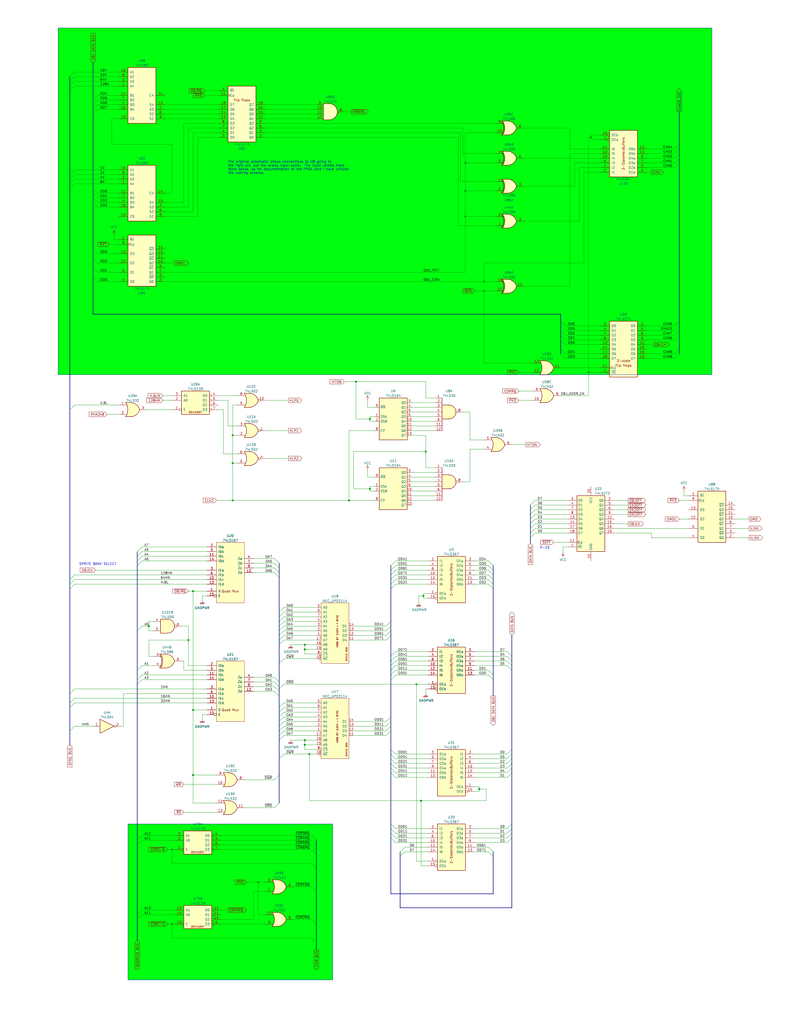
<source format=kicad_sch>
(kicad_sch (version 20230121) (generator eeschema)
  (paper "C" portrait)
  (title_block (title "TAITO SYSTEM SJ") (company "ANTON GALE"))
  (junction (at 93.98 463.55))
  (junction (at 166.37 406.4))
  (junction (at 254 88.9))
  (junction (at 264.16 158.75))
  (junction (at 201.93 228.6))
  (junction (at 321.31 203.2))
  (junction (at 201.93 266.7))
  (junction (at 254 104.14))
  (junction (at 231.14 325.12))
  (junction (at 168.91 411.48))
  (junction (at 140.97 481.33))
  (junction (at 81.28 341.63))
  (junction (at 93.98 504.19))
  (junction (at 105.41 422.91))
  (junction (at 166.37 403.86))
  (junction (at 322.58 74.93))
  (junction (at 105.41 322.58))
  (junction (at 229.87 436.88))
  (junction (at 194.31 208.28))
  (junction (at 190.5 273.05))
  (junction (at 105.41 387.35))
  (junction (at 227.33 373.38))
  (junction (at 127 237.49))
  (junction (at 127 273.05))
  (junction (at 261.62 430.53))
  (junction (at 166.37 351.79))
  (junction (at 254 118.11))
  (junction (at 232.41 246.38))
  (junction (at 166.37 354.33))
  (junction (at 264.16 153.67))
  (junction (at 102.87 349.25))
  (junction (at 127 252.73))
  (bus_entry (at 154.94 391.16) (size -2.54 2.54))
  (bus_entry (at 149.86 304.8) (size 2.54 2.54))
  (bus_entry (at 154.94 336.55) (size -2.54 2.54))
  (bus_entry (at 266.7 464.82) (size 2.54 2.54))
  (bus_entry (at 40.64 100.33) (size -2.54 2.54))
  (bus_entry (at 308.61 195.58) (size -2.54 -2.54))
  (bus_entry (at 266.7 313.69) (size 2.54 2.54))
  (bus_entry (at 215.9 363.22) (size -2.54 2.54))
  (bus_entry (at 149.86 312.42) (size 2.54 2.54))
  (bus_entry (at 266.7 316.23) (size 2.54 2.54))
  (bus_entry (at 215.9 419.1) (size -2.54 -2.54))
  (bus_entry (at 368.3 88.9) (size 2.54 -2.54))
  (bus_entry (at 149.86 309.88) (size 2.54 2.54))
  (bus_entry (at 215.9 318.77) (size -2.54 2.54))
  (bus_entry (at 266.7 311.15) (size 2.54 2.54))
  (bus_entry (at 210.82 349.25) (size 2.54 -2.54))
  (bus_entry (at 154.94 349.25) (size -2.54 2.54))
  (bus_entry (at 368.3 180.34) (size 2.54 -2.54))
  (bus_entry (at 149.86 440.69) (size 2.54 -2.54))
  (bus_entry (at 40.64 97.79) (size -2.54 2.54))
  (bus_entry (at 266.7 318.77) (size 2.54 2.54))
  (bus_entry (at 266.7 306.07) (size 2.54 2.54))
  (bus_entry (at 154.94 334.01) (size -2.54 2.54))
  (bus_entry (at 215.9 358.14) (size -2.54 2.54))
  (bus_entry (at 368.3 193.04) (size 2.54 -2.54))
  (bus_entry (at 368.3 83.82) (size 2.54 -2.54))
  (bus_entry (at 40.64 92.71) (size -2.54 2.54))
  (bus_entry (at 154.94 401.32) (size -2.54 2.54))
  (bus_entry (at 53.34 107.95) (size -2.54 -2.54))
  (bus_entry (at 53.34 138.43) (size -2.54 -2.54))
  (bus_entry (at 77.47 300.99) (size -2.54 2.54))
  (bus_entry (at 53.34 105.41) (size -2.54 -2.54))
  (bus_entry (at 308.61 187.96) (size -2.54 -2.54))
  (bus_entry (at 368.3 185.42) (size 2.54 -2.54))
  (bus_entry (at 149.86 425.45) (size 2.54 -2.54))
  (bus_entry (at 53.34 148.59) (size -2.54 -2.54))
  (bus_entry (at 40.64 396.24) (size -2.54 2.54))
  (bus_entry (at 368.3 177.8) (size 2.54 -2.54))
  (bus_entry (at 276.86 360.68) (size 2.54 2.54))
  (bus_entry (at 53.34 110.49) (size -2.54 -2.54))
  (bus_entry (at 154.94 383.54) (size -2.54 2.54))
  (bus_entry (at 170.18 511.81) (size 2.54 2.54))
  (bus_entry (at 170.18 471.17) (size 2.54 2.54))
  (bus_entry (at 154.94 359.41) (size -2.54 2.54))
  (bus_entry (at 77.47 455.93) (size -2.54 2.54))
  (bus_entry (at 215.9 313.69) (size -2.54 2.54))
  (bus_entry (at 77.47 499.11) (size -2.54 2.54))
  (bus_entry (at 170.18 458.47) (size 2.54 2.54))
  (bus_entry (at 170.18 455.93) (size 2.54 2.54))
  (bus_entry (at 170.18 461.01) (size 2.54 2.54))
  (bus_entry (at 170.18 463.55) (size 2.54 2.54))
  (bus_entry (at 368.3 81.28) (size 2.54 -2.54))
  (bus_entry (at 215.9 424.18) (size -2.54 -2.54))
  (bus_entry (at 170.18 501.65) (size 2.54 2.54))
  (bus_entry (at 276.86 457.2) (size 2.54 -2.54))
  (bus_entry (at 154.94 346.71) (size -2.54 2.54))
  (bus_entry (at 276.86 416.56) (size 2.54 -2.54))
  (bus_entry (at 215.9 454.66) (size -2.54 -2.54))
  (bus_entry (at 266.7 365.76) (size 2.54 2.54))
  (bus_entry (at 149.86 377.19) (size 2.54 2.54))
  (bus_entry (at 276.86 355.6) (size 2.54 2.54))
  (bus_entry (at 53.34 52.07) (size -2.54 2.54))
  (bus_entry (at 40.64 95.25) (size -2.54 2.54))
  (bus_entry (at 154.94 411.48) (size -2.54 2.54))
  (bus_entry (at 40.64 41.91) (size -2.54 2.54))
  (bus_entry (at 154.94 386.08) (size -2.54 2.54))
  (bus_entry (at 77.47 298.45) (size -2.54 2.54))
  (bus_entry (at 220.98 464.82) (size -2.54 2.54))
  (bus_entry (at 220.98 462.28) (size -2.54 2.54))
  (bus_entry (at 276.86 419.1) (size 2.54 -2.54))
  (bus_entry (at 276.86 424.18) (size 2.54 -2.54))
  (bus_entry (at 276.86 358.14) (size 2.54 2.54))
  (bus_entry (at 215.9 365.76) (size -2.54 2.54))
  (bus_entry (at 215.9 306.07) (size -2.54 2.54))
  (bus_entry (at 308.61 185.42) (size -2.54 -2.54))
  (bus_entry (at 292.1 288.29) (size -2.54 2.54))
  (bus_entry (at 154.94 393.7) (size -2.54 2.54))
  (bus_entry (at 40.64 46.99) (size -2.54 2.54))
  (bus_entry (at 210.82 346.71) (size 2.54 -2.54))
  (bus_entry (at 77.47 458.47) (size -2.54 2.54))
  (bus_entry (at 149.86 372.11) (size 2.54 2.54))
  (bus_entry (at 40.64 383.54) (size -2.54 2.54))
  (bus_entry (at 53.34 113.03) (size -2.54 -2.54))
  (bus_entry (at 276.86 363.22) (size 2.54 2.54))
  (bus_entry (at 154.94 373.38) (size -2.54 2.54))
  (bus_entry (at 368.3 86.36) (size 2.54 -2.54))
  (bus_entry (at 40.64 39.37) (size -2.54 2.54))
  (bus_entry (at 154.94 344.17) (size -2.54 2.54))
  (bus_entry (at 77.47 341.63) (size -2.54 2.54))
  (bus_entry (at 154.94 339.09) (size -2.54 2.54))
  (bus_entry (at 53.34 153.67) (size -2.54 -2.54))
  (bus_entry (at 266.7 368.3) (size 2.54 2.54))
  (bus_entry (at 292.1 285.75) (size -2.54 2.54))
  (bus_entry (at 77.47 370.84) (size -2.54 2.54))
  (bus_entry (at 154.94 331.47) (size -2.54 2.54))
  (bus_entry (at 77.47 363.22) (size -2.54 2.54))
  (bus_entry (at 40.64 316.23) (size -2.54 2.54))
  (bus_entry (at 215.9 421.64) (size -2.54 -2.54))
  (bus_entry (at 266.7 308.61) (size 2.54 2.54))
  (bus_entry (at 368.3 91.44) (size 2.54 -2.54))
  (bus_entry (at 276.86 411.48) (size 2.54 -2.54))
  (bus_entry (at 40.64 381) (size -2.54 2.54))
  (bus_entry (at 210.82 341.63) (size 2.54 -2.54))
  (bus_entry (at 53.34 143.51) (size -2.54 -2.54))
  (bus_entry (at 308.61 180.34) (size -2.54 -2.54))
  (bus_entry (at 215.9 360.68) (size -2.54 2.54))
  (bus_entry (at 53.34 54.61) (size -2.54 2.54))
  (bus_entry (at 40.64 318.77) (size -2.54 2.54))
  (bus_entry (at 40.64 313.69) (size -2.54 2.54))
  (bus_entry (at 215.9 355.6) (size -2.54 2.54))
  (bus_entry (at 215.9 414.02) (size -2.54 -2.54))
  (bus_entry (at 308.61 182.88) (size -2.54 -2.54))
  (bus_entry (at 276.86 452.12) (size 2.54 -2.54))
  (bus_entry (at 210.82 393.7) (size 2.54 -2.54))
  (bus_entry (at 215.9 311.15) (size -2.54 2.54))
  (bus_entry (at 368.3 195.58) (size 2.54 -2.54))
  (bus_entry (at 149.86 307.34) (size 2.54 2.54))
  (bus_entry (at 149.86 374.65) (size 2.54 2.54))
  (bus_entry (at 308.61 193.04) (size -2.54 -2.54))
  (bus_entry (at 40.64 44.45) (size -2.54 2.54))
  (bus_entry (at 292.1 275.59) (size -2.54 2.54))
  (bus_entry (at 215.9 416.56) (size -2.54 -2.54))
  (bus_entry (at 215.9 316.23) (size -2.54 2.54))
  (bus_entry (at 53.34 59.69) (size -2.54 2.54))
  (bus_entry (at 210.82 398.78) (size 2.54 -2.54))
  (bus_entry (at 154.94 388.62) (size -2.54 2.54))
  (bus_entry (at 154.94 396.24) (size -2.54 2.54))
  (bus_entry (at 215.9 411.48) (size -2.54 -2.54))
  (bus_entry (at 276.86 421.64) (size 2.54 -2.54))
  (bus_entry (at 149.86 369.57) (size 2.54 2.54))
  (bus_entry (at 276.86 459.74) (size 2.54 -2.54))
  (bus_entry (at 292.1 290.83) (size -2.54 2.54))
  (bus_entry (at 292.1 278.13) (size -2.54 2.54))
  (bus_entry (at 308.61 177.8) (size -2.54 -2.54))
  (bus_entry (at 40.64 220.98) (size -2.54 2.54))
  (bus_entry (at 276.86 414.02) (size 2.54 -2.54))
  (bus_entry (at 292.1 283.21) (size -2.54 2.54))
  (bus_entry (at 77.47 303.53) (size -2.54 2.54))
  (bus_entry (at 215.9 308.61) (size -2.54 2.54))
  (bus_entry (at 210.82 401.32) (size 2.54 -2.54))
  (bus_entry (at 368.3 182.88) (size 2.54 -2.54))
  (bus_entry (at 215.9 457.2) (size -2.54 -2.54))
  (bus_entry (at 215.9 459.74) (size -2.54 -2.54))
  (bus_entry (at 53.34 57.15) (size -2.54 2.54))
  (bus_entry (at 276.86 454.66) (size 2.54 -2.54))
  (bus_entry (at 170.18 483.87) (size 2.54 2.54))
  (bus_entry (at 292.1 280.67) (size -2.54 2.54))
  (bus_entry (at 215.9 368.3) (size -2.54 2.54))
  (bus_entry (at 266.7 462.28) (size 2.54 2.54))
  (bus_entry (at 77.47 496.57) (size -2.54 2.54))
  (bus_entry (at 210.82 344.17) (size 2.54 -2.54))
  (bus_entry (at 154.94 341.63) (size -2.54 2.54))
  (bus_entry (at 292.1 273.05) (size -2.54 2.54))
  (bus_entry (at 77.47 368.3) (size -2.54 2.54))
  (bus_entry (at 40.64 375.92) (size -2.54 2.54))
  (bus_entry (at 154.94 398.78) (size -2.54 2.54))
  (bus_entry (at 77.47 306.07) (size -2.54 2.54))
  (bus_entry (at 210.82 396.24) (size 2.54 -2.54))
  (bus_entry (at 215.9 452.12) (size -2.54 -2.54))
  (wire (pts (xy 227.33 373.38) (xy 233.68 373.38)))
  (wire (pts (xy 308.61 185.42) (xy 327.66 185.42)))
  (wire (pts (xy 229.87 472.44) (xy 229.87 436.88)))
  (bus (pts (xy 152.4 334.01) (xy 152.4 336.55)))
  (bus (pts (xy 279.4 495.3) (xy 218.44 495.3)))
  (wire (pts (xy 107.95 118.11) (xy 107.95 74.93)))
  (wire (pts (xy 321.31 203.2) (xy 327.66 203.2)))
  (wire (pts (xy 266.7 368.3) (xy 259.08 368.3)))
  (wire (pts (xy 40.64 97.79) (xy 64.77 97.79)))
  (bus (pts (xy 269.24 370.84) (xy 269.24 379.73)))
  (wire (pts (xy 93.98 78.74) (xy 93.98 105.41)))
  (wire (pts (xy 105.41 322.58) (xy 113.03 322.58)))
  (wire (pts (xy 283.21 203.2) (xy 290.83 203.2)))
  (wire (pts (xy 154.94 393.7) (xy 172.72 393.7)))
  (bus (pts (xy 289.56 283.21) (xy 289.56 285.75)))
  (bus (pts (xy 279.4 408.94) (xy 279.4 411.48)))
  (wire (pts (xy 90.17 115.57) (xy 105.41 115.57)))
  (wire (pts (xy 311.15 83.82) (xy 327.66 83.82)))
  (wire (pts (xy 322.58 73.66) (xy 322.58 74.93)))
  (wire (pts (xy 313.69 88.9) (xy 327.66 88.9)))
  (wire (pts (xy 264.16 153.67) (xy 264.16 143.51)))
  (wire (pts (xy 259.08 358.14) (xy 276.86 358.14)))
  (wire (pts (xy 215.9 414.02) (xy 233.68 414.02)))
  (wire (pts (xy 105.41 422.91) (xy 118.11 422.91)))
  (wire (pts (xy 254 88.9) (xy 270.51 88.9)))
  (bus (pts (xy 152.4 346.71) (xy 152.4 349.25)))
  (wire (pts (xy 322.58 76.2) (xy 327.66 76.2)))
  (wire (pts (xy 53.34 107.95) (xy 64.77 107.95)))
  (wire (pts (xy 193.04 266.7) (xy 201.93 266.7)))
  (bus (pts (xy 279.4 358.14) (xy 279.4 360.68)))
  (wire (pts (xy 335.28 290.83) (xy 355.6 290.83)))
  (bus (pts (xy 370.84 86.36) (xy 370.84 88.9)))
  (wire (pts (xy 283.21 213.36) (xy 290.83 213.36)))
  (wire (pts (xy 307.34 298.45) (xy 307.34 300.99)))
  (bus (pts (xy 152.4 422.91) (xy 152.4 414.02)))
  (wire (pts (xy 265.43 436.88) (xy 229.87 436.88)))
  (bus (pts (xy 172.72 466.09) (xy 172.72 473.71)))
  (wire (pts (xy 154.94 383.54) (xy 172.72 383.54)))
  (wire (pts (xy 64.77 130.81) (xy 62.23 130.81)))
  (wire (pts (xy 107.95 74.93) (xy 119.38 74.93)))
  (bus (pts (xy 213.36 393.7) (xy 213.36 396.24)))
  (wire (pts (xy 335.28 273.05) (xy 342.9 273.05)))
  (wire (pts (xy 215.9 318.77) (xy 233.68 318.77)))
  (wire (pts (xy 154.94 398.78) (xy 172.72 398.78)))
  (wire (pts (xy 149.86 372.11) (xy 138.43 372.11)))
  (wire (pts (xy 81.28 339.09) (xy 81.28 341.63)))
  (wire (pts (xy 237.49 217.17) (xy 232.41 217.17)))
  (wire (pts (xy 264.16 153.67) (xy 270.51 153.67)))
  (wire (pts (xy 215.9 454.66) (xy 233.68 454.66)))
  (wire (pts (xy 224.79 270.51) (xy 237.49 270.51)))
  (wire (pts (xy 77.47 455.93) (xy 95.25 455.93)))
  (wire (pts (xy 154.94 391.16) (xy 172.72 391.16)))
  (bus (pts (xy 213.36 411.48) (xy 213.36 408.94)))
  (wire (pts (xy 353.06 86.36) (xy 368.3 86.36)))
  (wire (pts (xy 129.54 232.41) (xy 124.46 232.41)))
  (wire (pts (xy 261.62 430.53) (xy 265.43 430.53)))
  (wire (pts (xy 308.61 187.96) (xy 327.66 187.96)))
  (wire (pts (xy 215.9 368.3) (xy 233.68 368.3)))
  (wire (pts (xy 254 104.14) (xy 254 118.11)))
  (wire (pts (xy 172.72 403.86) (xy 166.37 403.86)))
  (wire (pts (xy 232.41 255.27) (xy 232.41 246.38)))
  (bus (pts (xy 306.07 177.8) (xy 306.07 180.34)))
  (bus (pts (xy 152.4 314.96) (xy 152.4 334.01)))
  (wire (pts (xy 77.47 300.99) (xy 113.03 300.99)))
  (wire (pts (xy 129.54 247.65) (xy 121.92 247.65)))
  (bus (pts (xy 152.4 309.88) (xy 152.4 312.42)))
  (bus (pts (xy 279.4 363.22) (xy 279.4 365.76)))
  (wire (pts (xy 224.79 229.87) (xy 237.49 229.87)))
  (bus (pts (xy 218.44 464.82) (xy 218.44 467.36)))
  (wire (pts (xy 266.7 464.82) (xy 259.08 464.82)))
  (bus (pts (xy 370.84 190.5) (xy 370.84 193.04)))
  (wire (pts (xy 215.9 311.15) (xy 233.68 311.15)))
  (wire (pts (xy 60.96 78.74) (xy 93.98 78.74)))
  (bus (pts (xy 152.4 312.42) (xy 152.4 314.96)))
  (wire (pts (xy 266.7 365.76) (xy 259.08 365.76)))
  (wire (pts (xy 154.94 344.17) (xy 172.72 344.17)))
  (wire (pts (xy 172.72 351.79) (xy 166.37 351.79)))
  (bus (pts (xy 279.4 411.48) (xy 279.4 414.02)))
  (wire (pts (xy 172.72 356.87) (xy 166.37 356.87)))
  (wire (pts (xy 88.9 218.44) (xy 93.98 218.44)))
  (bus (pts (xy 38.1 102.87) (xy 38.1 100.33)))
  (wire (pts (xy 259.08 360.68) (xy 276.86 360.68)))
  (bus (pts (xy 306.07 182.88) (xy 306.07 180.34)))
  (wire (pts (xy 401.32 283.21) (xy 408.94 283.21)))
  (wire (pts (xy 187.96 208.28) (xy 194.31 208.28)))
  (bus (pts (xy 38.1 398.78) (xy 38.1 406.4)))
  (bus (pts (xy 50.8 54.61) (xy 50.8 57.15)))
  (wire (pts (xy 316.23 120.65) (xy 316.23 91.44)))
  (wire (pts (xy 285.75 120.65) (xy 316.23 120.65)))
  (bus (pts (xy 370.84 180.34) (xy 370.84 177.8)))
  (bus (pts (xy 370.84 83.82) (xy 370.84 86.36)))
  (wire (pts (xy 102.87 69.85) (xy 119.38 69.85)))
  (bus (pts (xy 289.56 296.5012) (xy 289.56 293.37)))
  (wire (pts (xy 232.41 217.17) (xy 232.41 208.28)))
  (wire (pts (xy 127 220.98) (xy 127 237.49)))
  (wire (pts (xy 259.08 459.74) (xy 276.86 459.74)))
  (wire (pts (xy 40.64 100.33) (xy 64.77 100.33)))
  (wire (pts (xy 215.9 459.74) (xy 233.68 459.74)))
  (bus (pts (xy 279.4 346.71) (xy 279.4 358.14)))
  (bus (pts (xy 306.07 171.45) (xy 306.07 175.26)))
  (wire (pts (xy 250.19 74.93) (xy 250.19 123.19)))
  (wire (pts (xy 88.9 215.9) (xy 93.98 215.9)))
  (wire (pts (xy 59.69 133.35) (xy 64.77 133.35)))
  (wire (pts (xy 154.94 401.32) (xy 172.72 401.32)))
  (bus (pts (xy 269.24 313.69) (xy 269.24 316.23)))
  (wire (pts (xy 254 88.9) (xy 254 104.14)))
  (wire (pts (xy 215.9 308.61) (xy 233.68 308.61)))
  (bus (pts (xy 213.36 452.12) (xy 213.36 449.58)))
  (bus (pts (xy 50.8 57.15) (xy 50.8 59.69)))
  (wire (pts (xy 261.62 431.8) (xy 259.08 431.8)))
  (wire (pts (xy 353.06 88.9) (xy 368.3 88.9)))
  (wire (pts (xy 220.98 462.28) (xy 233.68 462.28)))
  (wire (pts (xy 120.65 458.47) (xy 170.18 458.47)))
  (bus (pts (xy 370.84 81.28) (xy 370.84 83.82)))
  (wire (pts (xy 100.33 365.76) (xy 100.33 360.68)))
  (bus (pts (xy 50.8 110.49) (xy 50.8 107.95)))
  (bus (pts (xy 74.93 370.84) (xy 74.93 373.38)))
  (bus (pts (xy 213.36 414.02) (xy 213.36 411.48)))
  (wire (pts (xy 335.28 275.59) (xy 342.9 275.59)))
  (bus (pts (xy 50.8 146.05) (xy 50.8 151.13)))
  (wire (pts (xy 53.34 57.15) (xy 64.77 57.15)))
  (wire (pts (xy 81.28 349.25) (xy 81.28 358.14)))
  (wire (pts (xy 321.31 215.9) (xy 321.31 203.2)))
  (wire (pts (xy 83.82 339.09) (xy 81.28 339.09)))
  (wire (pts (xy 90.17 143.51) (xy 95.25 143.51)))
  (wire (pts (xy 53.34 153.67) (xy 64.77 153.67)))
  (wire (pts (xy 215.9 411.48) (xy 233.68 411.48)))
  (wire (pts (xy 134.62 481.33) (xy 140.97 481.33)))
  (bus (pts (xy 213.36 339.09) (xy 213.36 341.63)))
  (bus (pts (xy 370.84 88.9) (xy 370.84 175.26)))
  (wire (pts (xy 224.79 237.49) (xy 232.41 237.49)))
  (wire (pts (xy 53.34 59.69) (xy 64.77 59.69)))
  (wire (pts (xy 229.87 436.88) (xy 168.91 436.88)))
  (wire (pts (xy 53.34 110.49) (xy 64.77 110.49)))
  (wire (pts (xy 102.87 363.22) (xy 113.03 363.22)))
  (wire (pts (xy 256.54 262.89) (xy 252.73 262.89)))
  (wire (pts (xy 270.51 72.39) (xy 254 72.39)))
  (wire (pts (xy 102.87 349.25) (xy 102.87 363.22)))
  (wire (pts (xy 111.76 49.53) (xy 119.38 49.53)))
  (wire (pts (xy 308.61 180.34) (xy 327.66 180.34)))
  (wire (pts (xy 237.49 255.27) (xy 232.41 255.27)))
  (bus (pts (xy 213.36 408.94) (xy 213.36 398.78)))
  (bus (pts (xy 213.36 419.1) (xy 213.36 416.56)))
  (wire (pts (xy 232.41 208.28) (xy 194.31 208.28)))
  (wire (pts (xy 77.47 499.11) (xy 95.25 499.11)))
  (wire (pts (xy 90.17 64.77) (xy 119.38 64.77)))
  (wire (pts (xy 144.78 62.23) (xy 172.72 62.23)))
  (wire (pts (xy 231.14 325.12) (xy 228.6 325.12)))
  (bus (pts (xy 50.8 59.69) (xy 50.8 62.23)))
  (wire (pts (xy 279.4 242.57) (xy 287.02 242.57)))
  (wire (pts (xy 154.94 334.01) (xy 172.72 334.01)))
  (bus (pts (xy 269.24 318.77) (xy 269.24 321.31)))
  (wire (pts (xy 124.46 232.41) (xy 124.46 218.44)))
  (wire (pts (xy 53.34 52.07) (xy 64.77 52.07)))
  (wire (pts (xy 105.41 115.57) (xy 105.41 72.39)))
  (bus (pts (xy 152.4 307.34) (xy 152.4 309.88)))
  (wire (pts (xy 327.66 73.66) (xy 322.58 73.66)))
  (wire (pts (xy 40.64 381) (xy 113.03 381)))
  (bus (pts (xy 38.1 49.53) (xy 38.1 95.25)))
  (wire (pts (xy 127 273.05) (xy 190.5 273.05)))
  (wire (pts (xy 100.33 67.31) (xy 119.38 67.31)))
  (wire (pts (xy 120.65 463.55) (xy 170.18 463.55)))
  (bus (pts (xy 279.4 457.2) (xy 279.4 495.3)))
  (wire (pts (xy 322.58 74.93) (xy 321.31 74.93)))
  (wire (pts (xy 232.41 237.49) (xy 232.41 246.38)))
  (bus (pts (xy 74.93 308.61) (xy 74.93 344.17)))
  (bus (pts (xy 152.4 379.73) (xy 152.4 386.08)))
  (wire (pts (xy 77.47 306.07) (xy 113.03 306.07)))
  (wire (pts (xy 149.86 304.8) (xy 138.43 304.8)))
  (bus (pts (xy 152.4 396.24) (xy 152.4 398.78)))
  (wire (pts (xy 256.54 245.11) (xy 256.54 262.89)))
  (wire (pts (xy 53.34 148.59) (xy 64.77 148.59)))
  (bus (pts (xy 306.07 185.42) (xy 306.07 190.5)))
  (bus (pts (xy 152.4 372.11) (xy 152.4 374.65)))
  (wire (pts (xy 190.5 273.05) (xy 204.47 273.05)))
  (wire (pts (xy 353.06 91.44) (xy 368.3 91.44)))
  (bus (pts (xy 279.4 452.12) (xy 279.4 454.66)))
  (wire (pts (xy 124.46 218.44) (xy 119.38 218.44)))
  (wire (pts (xy 368.3 177.8) (xy 353.06 177.8)))
  (wire (pts (xy 158.75 351.79) (xy 166.37 351.79)))
  (wire (pts (xy 77.47 298.45) (xy 113.03 298.45)))
  (wire (pts (xy 93.98 511.81) (xy 170.18 511.81)))
  (wire (pts (xy 90.17 113.03) (xy 102.87 113.03)))
  (wire (pts (xy 127 252.73) (xy 129.54 252.73)))
  (bus (pts (xy 213.36 316.23) (xy 213.36 318.77)))
  (bus (pts (xy 152.4 398.78) (xy 152.4 401.32)))
  (wire (pts (xy 375.92 270.51) (xy 373.38 270.51)))
  (wire (pts (xy 40.64 396.24) (xy 50.8 396.24)))
  (wire (pts (xy 144.78 59.69) (xy 172.72 59.69)))
  (wire (pts (xy 201.93 265.43) (xy 204.47 265.43)))
  (wire (pts (xy 118.11 273.05) (xy 127 273.05)))
  (wire (pts (xy 166.37 403.86) (xy 166.37 406.4)))
  (wire (pts (xy 224.79 265.43) (xy 237.49 265.43)))
  (wire (pts (xy 113.03 365.76) (xy 100.33 365.76)))
  (wire (pts (xy 313.69 101.6) (xy 313.69 88.9)))
  (wire (pts (xy 259.08 411.48) (xy 276.86 411.48)))
  (bus (pts (xy 50.8 62.23) (xy 50.8 102.87)))
  (wire (pts (xy 91.44 504.19) (xy 93.98 504.19)))
  (wire (pts (xy 67.31 396.24) (xy 66.04 396.24)))
  (bus (pts (xy 152.4 403.86) (xy 152.4 414.02)))
  (bus (pts (xy 172.72 504.19) (xy 172.72 514.35)))
  (wire (pts (xy 264.16 245.11) (xy 256.54 245.11)))
  (bus (pts (xy 370.84 182.88) (xy 370.84 190.5)))
  (wire (pts (xy 259.08 454.66) (xy 276.86 454.66)))
  (bus (pts (xy 50.8 135.89) (xy 50.8 140.97)))
  (bus (pts (xy 213.36 416.56) (xy 213.36 414.02)))
  (wire (pts (xy 335.28 280.67) (xy 342.9 280.67)))
  (wire (pts (xy 52.07 311.15) (xy 113.03 311.15)))
  (wire (pts (xy 140.97 499.11) (xy 140.97 481.33)))
  (wire (pts (xy 264.16 198.12) (xy 290.83 198.12)))
  (bus (pts (xy 213.36 368.3) (xy 213.36 370.84)))
  (wire (pts (xy 138.43 486.41) (xy 144.78 486.41)))
  (wire (pts (xy 256.54 224.79) (xy 256.54 240.03)))
  (wire (pts (xy 309.88 298.45) (xy 307.34 298.45)))
  (wire (pts (xy 90.17 59.69) (xy 119.38 59.69)))
  (wire (pts (xy 259.08 421.64) (xy 276.86 421.64)))
  (wire (pts (xy 120.65 496.57) (xy 124.46 496.57)))
  (wire (pts (xy 254 118.11) (xy 254 148.59)))
  (wire (pts (xy 93.98 504.19) (xy 93.98 511.81)))
  (wire (pts (xy 113.03 325.12) (xy 110.49 325.12)))
  (wire (pts (xy 40.64 41.91) (xy 64.77 41.91)))
  (wire (pts (xy 285.75 156.21) (xy 311.15 156.21)))
  (wire (pts (xy 40.64 316.23) (xy 113.03 316.23)))
  (wire (pts (xy 40.64 46.99) (xy 64.77 46.99)))
  (wire (pts (xy 264.16 158.75) (xy 264.16 198.12)))
  (wire (pts (xy 259.08 419.1) (xy 276.86 419.1)))
  (wire (pts (xy 311.15 156.21) (xy 311.15 83.82)))
  (bus (pts (xy 213.36 308.61) (xy 213.36 311.15)))
  (wire (pts (xy 401.32 288.29) (xy 408.94 288.29)))
  (wire (pts (xy 100.33 110.49) (xy 100.33 67.31)))
  (bus (pts (xy 172.72 473.71) (xy 172.72 486.41)))
  (bus (pts (xy 74.93 461.01) (xy 74.93 499.11)))
  (bus (pts (xy 213.36 321.31) (xy 213.36 339.09)))
  (wire (pts (xy 129.54 220.98) (xy 127 220.98)))
  (wire (pts (xy 285.75 69.85) (xy 311.15 69.85)))
  (wire (pts (xy 127 252.73) (xy 127 273.05)))
  (bus (pts (xy 213.36 363.22) (xy 213.36 365.76)))
  (bus (pts (xy 152.4 375.92) (xy 152.4 377.19)))
  (bus (pts (xy 38.1 223.52) (xy 38.1 316.23)))
  (wire (pts (xy 353.06 187.96) (xy 356.87 187.96)))
  (wire (pts (xy 266.7 462.28) (xy 259.08 462.28)))
  (wire (pts (xy 154.94 411.48) (xy 168.91 411.48)))
  (bus (pts (xy 269.24 316.23) (xy 269.24 318.77)))
  (wire (pts (xy 254 104.14) (xy 270.51 104.14)))
  (wire (pts (xy 215.9 452.12) (xy 233.68 452.12)))
  (bus (pts (xy 152.4 386.08) (xy 152.4 388.62)))
  (bus (pts (xy 279.4 449.58) (xy 279.4 452.12)))
  (wire (pts (xy 259.08 363.22) (xy 276.86 363.22)))
  (bus (pts (xy 218.44 467.36) (xy 218.44 495.3)))
  (wire (pts (xy 370.84 283.21) (xy 375.92 283.21)))
  (wire (pts (xy 270.51 158.75) (xy 264.16 158.75)))
  (wire (pts (xy 154.94 349.25) (xy 172.72 349.25)))
  (wire (pts (xy 224.79 219.71) (xy 237.49 219.71)))
  (bus (pts (xy 370.84 177.8) (xy 370.84 175.26)))
  (wire (pts (xy 140.97 481.33) (xy 144.78 481.33)))
  (wire (pts (xy 144.78 64.77) (xy 172.72 64.77)))
  (wire (pts (xy 353.06 93.98) (xy 355.6 93.98)))
  (wire (pts (xy 215.9 358.14) (xy 233.68 358.14)))
  (wire (pts (xy 200.66 222.25) (xy 200.66 218.44)))
  (wire (pts (xy 224.79 262.89) (xy 237.49 262.89)))
  (wire (pts (xy 154.94 373.38) (xy 227.33 373.38)))
  (bus (pts (xy 370.84 60.96) (xy 370.84 78.74)))
  (wire (pts (xy 210.82 341.63) (xy 193.04 341.63)))
  (wire (pts (xy 144.78 57.15) (xy 172.72 57.15)))
  (wire (pts (xy 149.86 309.88) (xy 138.43 309.88)))
  (wire (pts (xy 224.79 224.79) (xy 237.49 224.79)))
  (wire (pts (xy 105.41 387.35) (xy 113.03 387.35)))
  (wire (pts (xy 100.33 360.68) (xy 99.06 360.68)))
  (wire (pts (xy 368.3 180.34) (xy 353.06 180.34)))
  (wire (pts (xy 232.41 375.92) (xy 232.41 378.46)))
  (bus (pts (xy 172.72 486.41) (xy 172.72 504.19)))
  (wire (pts (xy 77.47 363.22) (xy 83.82 363.22)))
  (bus (pts (xy 152.4 422.91) (xy 152.4 438.15)))
  (wire (pts (xy 144.78 72.39) (xy 251.46 72.39)))
  (wire (pts (xy 154.94 388.62) (xy 172.72 388.62)))
  (bus (pts (xy 50.8 151.13) (xy 50.8 171.45)))
  (wire (pts (xy 368.3 193.04) (xy 353.06 193.04)))
  (wire (pts (xy 224.79 260.35) (xy 237.49 260.35)))
  (wire (pts (xy 210.82 393.7) (xy 193.04 393.7)))
  (bus (pts (xy 50.8 34.29) (xy 50.8 54.61)))
  (wire (pts (xy 187.96 60.96) (xy 191.77 60.96)))
  (bus (pts (xy 269.24 311.15) (xy 269.24 313.69)))
  (wire (pts (xy 370.84 273.05) (xy 375.92 273.05)))
  (wire (pts (xy 231.14 325.12) (xy 231.14 326.39)))
  (bus (pts (xy 213.36 487.68) (xy 213.36 457.2)))
  (wire (pts (xy 318.77 93.98) (xy 318.77 143.51)))
  (wire (pts (xy 93.98 471.17) (xy 170.18 471.17)))
  (wire (pts (xy 353.06 81.28) (xy 368.3 81.28)))
  (wire (pts (xy 265.43 430.53) (xy 265.43 436.88)))
  (wire (pts (xy 233.68 472.44) (xy 229.87 472.44)))
  (wire (pts (xy 166.37 354.33) (xy 172.72 354.33)))
  (bus (pts (xy 269.24 487.68) (xy 213.36 487.68)))
  (bus (pts (xy 50.8 110.49) (xy 50.8 135.89)))
  (wire (pts (xy 261.62 429.26) (xy 261.62 430.53)))
  (wire (pts (xy 204.47 267.97) (xy 201.93 267.97)))
  (bus (pts (xy 213.36 360.68) (xy 213.36 363.22)))
  (wire (pts (xy 322.58 74.93) (xy 322.58 76.2)))
  (wire (pts (xy 105.41 387.35) (xy 105.41 322.58)))
  (wire (pts (xy 105.41 387.35) (xy 105.41 422.91)))
  (wire (pts (xy 259.08 429.26) (xy 261.62 429.26)))
  (bus (pts (xy 213.36 313.69) (xy 213.36 316.23)))
  (wire (pts (xy 102.87 349.25) (xy 81.28 349.25)))
  (wire (pts (xy 81.28 341.63) (xy 81.28 344.17)))
  (bus (pts (xy 370.84 182.88) (xy 370.84 180.34)))
  (bus (pts (xy 152.4 388.62) (xy 152.4 391.16)))
  (wire (pts (xy 53.34 143.51) (xy 64.77 143.51)))
  (wire (pts (xy 149.86 369.57) (xy 138.43 369.57)))
  (bus (pts (xy 213.36 454.66) (xy 213.36 452.12)))
  (bus (pts (xy 269.24 467.36) (xy 269.24 487.68)))
  (bus (pts (xy 74.93 501.65) (xy 74.93 513.08)))
  (wire (pts (xy 168.91 436.88) (xy 168.91 411.48)))
  (wire (pts (xy 121.92 247.65) (xy 121.92 223.52)))
  (wire (pts (xy 91.44 463.55) (xy 93.98 463.55)))
  (wire (pts (xy 227.33 469.9) (xy 227.33 373.38)))
  (wire (pts (xy 308.61 193.04) (xy 327.66 193.04)))
  (wire (pts (xy 93.98 463.55) (xy 95.25 463.55)))
  (wire (pts (xy 254 118.11) (xy 270.51 118.11)))
  (wire (pts (xy 327.66 81.28) (xy 311.15 81.28)))
  (bus (pts (xy 74.93 344.17) (xy 74.93 365.76)))
  (wire (pts (xy 368.3 182.88) (xy 353.06 182.88)))
  (wire (pts (xy 210.82 344.17) (xy 193.04 344.17)))
  (wire (pts (xy 154.94 386.08) (xy 172.72 386.08)))
  (bus (pts (xy 74.93 458.47) (xy 74.93 461.01)))
  (wire (pts (xy 251.46 99.06) (xy 270.51 99.06)))
  (wire (pts (xy 120.65 504.19) (xy 144.78 504.19)))
  (wire (pts (xy 306.07 200.66) (xy 327.66 200.66)))
  (wire (pts (xy 154.94 331.47) (xy 172.72 331.47)))
  (wire (pts (xy 353.06 83.82) (xy 368.3 83.82)))
  (wire (pts (xy 190.5 234.95) (xy 190.5 273.05)))
  (wire (pts (xy 309.88 280.67) (xy 292.1 280.67)))
  (bus (pts (xy 279.4 416.56) (xy 279.4 419.1)))
  (bus (pts (xy 38.1 321.31) (xy 38.1 318.77)))
  (bus (pts (xy 152.4 344.17) (xy 152.4 346.71)))
  (wire (pts (xy 149.86 307.34) (xy 138.43 307.34)))
  (wire (pts (xy 321.31 74.93) (xy 321.31 203.2)))
  (wire (pts (xy 90.17 57.15) (xy 119.38 57.15)))
  (wire (pts (xy 90.17 62.23) (xy 119.38 62.23)))
  (bus (pts (xy 289.56 290.83) (xy 289.56 288.29)))
  (wire (pts (xy 40.64 220.98) (xy 64.77 220.98)))
  (wire (pts (xy 204.47 222.25) (xy 200.66 222.25)))
  (bus (pts (xy 38.1 386.08) (xy 38.1 398.78)))
  (wire (pts (xy 58.42 226.06) (xy 64.77 226.06)))
  (bus (pts (xy 152.4 401.32) (xy 152.4 403.86)))
  (bus (pts (xy 38.1 378.46) (xy 38.1 383.54)))
  (bus (pts (xy 213.36 396.24) (xy 213.36 398.78)))
  (wire (pts (xy 110.49 325.12) (xy 110.49 327.66)))
  (wire (pts (xy 201.93 228.6) (xy 194.31 228.6)))
  (wire (pts (xy 201.93 266.7) (xy 201.93 265.43)))
  (wire (pts (xy 250.19 123.19) (xy 270.51 123.19)))
  (bus (pts (xy 289.56 278.13) (xy 289.56 280.67)))
  (bus (pts (xy 213.36 318.77) (xy 213.36 321.31)))
  (wire (pts (xy 133.35 425.45) (xy 149.86 425.45)))
  (wire (pts (xy 215.9 424.18) (xy 233.68 424.18)))
  (wire (pts (xy 285.75 101.6) (xy 313.69 101.6)))
  (wire (pts (xy 100.33 443.23) (xy 118.11 443.23)))
  (wire (pts (xy 252.73 69.85) (xy 252.73 83.82)))
  (wire (pts (xy 77.47 496.57) (xy 95.25 496.57)))
  (bus (pts (xy 370.84 78.74) (xy 370.84 81.28)))
  (wire (pts (xy 224.79 267.97) (xy 237.49 267.97)))
  (wire (pts (xy 154.94 346.71) (xy 172.72 346.71)))
  (wire (pts (xy 264.16 143.51) (xy 318.77 143.51)))
  (wire (pts (xy 154.94 396.24) (xy 172.72 396.24)))
  (wire (pts (xy 121.92 223.52) (xy 119.38 223.52)))
  (bus (pts (xy 279.4 360.68) (xy 279.4 363.22)))
  (bus (pts (xy 213.36 341.63) (xy 213.36 344.17)))
  (wire (pts (xy 210.82 396.24) (xy 193.04 396.24)))
  (bus (pts (xy 152.4 393.7) (xy 152.4 396.24)))
  (wire (pts (xy 215.9 363.22) (xy 233.68 363.22)))
  (wire (pts (xy 93.98 504.19) (xy 95.25 504.19)))
  (wire (pts (xy 193.04 246.38) (xy 193.04 266.7)))
  (wire (pts (xy 261.62 430.53) (xy 261.62 431.8)))
  (wire (pts (xy 233.68 323.85) (xy 231.14 323.85)))
  (wire (pts (xy 40.64 95.25) (xy 64.77 95.25)))
  (wire (pts (xy 309.88 275.59) (xy 292.1 275.59)))
  (bus (pts (xy 289.56 288.29) (xy 289.56 285.75)))
  (bus (pts (xy 279.4 365.76) (xy 279.4 408.94)))
  (wire (pts (xy 224.79 273.05) (xy 237.49 273.05)))
  (wire (pts (xy 259.08 452.12) (xy 276.86 452.12)))
  (wire (pts (xy 149.86 377.19) (xy 138.43 377.19)))
  (bus (pts (xy 289.56 275.59) (xy 289.56 278.13)))
  (wire (pts (xy 335.28 288.29) (xy 375.92 288.29)))
  (wire (pts (xy 215.9 457.2) (xy 233.68 457.2)))
  (bus (pts (xy 38.1 386.08) (xy 38.1 383.54)))
  (wire (pts (xy 154.94 359.41) (xy 172.72 359.41)))
  (bus (pts (xy 38.1 102.87) (xy 38.1 223.52)))
  (bus (pts (xy 213.36 449.58) (xy 213.36 421.64)))
  (wire (pts (xy 53.34 105.41) (xy 64.77 105.41)))
  (wire (pts (xy 210.82 398.78) (xy 193.04 398.78)))
  (wire (pts (xy 204.47 260.35) (xy 200.66 260.35)))
  (wire (pts (xy 232.41 246.38) (xy 193.04 246.38)))
  (wire (pts (xy 90.17 148.59) (xy 254 148.59)))
  (bus (pts (xy 152.4 341.63) (xy 152.4 344.17)))
  (wire (pts (xy 309.88 285.75) (xy 292.1 285.75)))
  (wire (pts (xy 53.34 138.43) (xy 64.77 138.43)))
  (wire (pts (xy 252.73 224.79) (xy 256.54 224.79)))
  (bus (pts (xy 213.36 311.15) (xy 213.36 313.69)))
  (bus (pts (xy 279.4 414.02) (xy 279.4 416.56)))
  (bus (pts (xy 74.93 306.07) (xy 74.93 308.61)))
  (bus (pts (xy 213.36 457.2) (xy 213.36 454.66)))
  (wire (pts (xy 215.9 419.1) (xy 233.68 419.1)))
  (wire (pts (xy 40.64 375.92) (xy 113.03 375.92)))
  (wire (pts (xy 60.96 64.77) (xy 60.96 78.74)))
  (wire (pts (xy 81.28 344.17) (xy 83.82 344.17)))
  (wire (pts (xy 309.88 290.83) (xy 292.1 290.83)))
  (wire (pts (xy 93.98 105.41) (xy 90.17 105.41)))
  (wire (pts (xy 308.61 177.8) (xy 327.66 177.8)))
  (bus (pts (xy 269.24 308.61) (xy 269.24 311.15)))
  (wire (pts (xy 306.07 215.9) (xy 321.31 215.9)))
  (wire (pts (xy 200.66 260.35) (xy 200.66 256.54)))
  (bus (pts (xy 213.36 421.64) (xy 213.36 419.1)))
  (bus (pts (xy 152.4 377.19) (xy 152.4 379.73)))
  (wire (pts (xy 224.79 222.25) (xy 237.49 222.25)))
  (wire (pts (xy 210.82 401.32) (xy 193.04 401.32)))
  (wire (pts (xy 201.93 228.6) (xy 201.93 229.87)))
  (bus (pts (xy 289.56 280.67) (xy 289.56 283.21)))
  (wire (pts (xy 201.93 229.87) (xy 204.47 229.87)))
  (wire (pts (xy 316.23 91.44) (xy 327.66 91.44)))
  (wire (pts (xy 215.9 421.64) (xy 233.68 421.64)))
  (wire (pts (xy 166.37 351.79) (xy 166.37 354.33)))
  (bus (pts (xy 152.4 361.95) (xy 152.4 372.11)))
  (wire (pts (xy 166.37 408.94) (xy 166.37 406.4)))
  (wire (pts (xy 373.38 270.51) (xy 373.38 267.97)))
  (wire (pts (xy 138.43 501.65) (xy 138.43 486.41)))
  (wire (pts (xy 144.78 67.31) (xy 270.51 67.31)))
  (wire (pts (xy 40.64 39.37) (xy 64.77 39.37)))
  (wire (pts (xy 64.77 64.77) (xy 60.96 64.77)))
  (wire (pts (xy 228.6 325.12) (xy 228.6 328.93)))
  (wire (pts (xy 53.34 113.03) (xy 64.77 113.03)))
  (wire (pts (xy 77.47 368.3) (xy 113.03 368.3)))
  (wire (pts (xy 120.65 461.01) (xy 170.18 461.01)))
  (wire (pts (xy 368.3 195.58) (xy 353.06 195.58)))
  (bus (pts (xy 279.4 421.64) (xy 279.4 449.58)))
  (bus (pts (xy 74.93 373.38) (xy 74.93 458.47)))
  (bus (pts (xy 279.4 454.66) (xy 279.4 457.2)))
  (wire (pts (xy 309.88 283.21) (xy 292.1 283.21)))
  (wire (pts (xy 266.7 318.77) (xy 259.08 318.77)))
  (bus (pts (xy 152.4 374.65) (xy 152.4 375.92)))
  (wire (pts (xy 259.08 416.56) (xy 276.86 416.56)))
  (bus (pts (xy 213.36 365.76) (xy 213.36 368.3)))
  (wire (pts (xy 224.79 232.41) (xy 237.49 232.41)))
  (wire (pts (xy 62.23 130.81) (xy 62.23 128.27)))
  (bus (pts (xy 74.93 303.53) (xy 74.93 306.07)))
  (wire (pts (xy 220.98 464.82) (xy 233.68 464.82)))
  (wire (pts (xy 77.47 341.63) (xy 81.28 341.63)))
  (bus (pts (xy 38.1 46.99) (xy 38.1 49.53)))
  (wire (pts (xy 308.61 182.88) (xy 327.66 182.88)))
  (wire (pts (xy 266.7 308.61) (xy 259.08 308.61)))
  (wire (pts (xy 204.47 234.95) (xy 190.5 234.95)))
  (wire (pts (xy 309.88 273.05) (xy 292.1 273.05)))
  (bus (pts (xy 38.1 321.31) (xy 38.1 378.46)))
  (wire (pts (xy 259.08 414.02) (xy 276.86 414.02)))
  (wire (pts (xy 133.35 440.69) (xy 149.86 440.69)))
  (bus (pts (xy 172.72 458.47) (xy 172.72 461.01)))
  (bus (pts (xy 172.72 461.01) (xy 172.72 463.55)))
  (wire (pts (xy 127 237.49) (xy 129.54 237.49)))
  (wire (pts (xy 355.6 293.37) (xy 375.92 293.37)))
  (bus (pts (xy 172.72 463.55) (xy 172.72 466.09)))
  (wire (pts (xy 259.08 158.75) (xy 264.16 158.75)))
  (wire (pts (xy 40.64 92.71) (xy 64.77 92.71)))
  (wire (pts (xy 204.47 227.33) (xy 201.93 227.33)))
  (bus (pts (xy 306.07 175.26) (xy 306.07 177.8)))
  (bus (pts (xy 269.24 368.3) (xy 269.24 370.84)))
  (wire (pts (xy 127 237.49) (xy 127 252.73)))
  (wire (pts (xy 327.66 93.98) (xy 318.77 93.98)))
  (wire (pts (xy 215.9 355.6) (xy 233.68 355.6)))
  (bus (pts (xy 269.24 464.82) (xy 269.24 467.36)))
  (bus (pts (xy 38.1 318.77) (xy 38.1 316.23)))
  (bus (pts (xy 269.24 321.31) (xy 269.24 368.3)))
  (bus (pts (xy 152.4 336.55) (xy 152.4 339.09)))
  (wire (pts (xy 335.28 285.75) (xy 342.9 285.75)))
  (bus (pts (xy 50.8 105.41) (xy 50.8 102.87)))
  (wire (pts (xy 120.65 455.93) (xy 170.18 455.93)))
  (bus (pts (xy 306.07 182.88) (xy 306.07 185.42)))
  (wire (pts (xy 110.49 389.89) (xy 110.49 392.43)))
  (wire (pts (xy 105.41 438.15) (xy 118.11 438.15)))
  (wire (pts (xy 113.03 389.89) (xy 110.49 389.89)))
  (wire (pts (xy 77.47 458.47) (xy 95.25 458.47)))
  (bus (pts (xy 289.56 293.37) (xy 289.56 290.83)))
  (wire (pts (xy 40.64 313.69) (xy 113.03 313.69)))
  (wire (pts (xy 77.47 303.53) (xy 113.03 303.53)))
  (wire (pts (xy 285.75 86.36) (xy 327.66 86.36)))
  (wire (pts (xy 154.94 339.09) (xy 172.72 339.09)))
  (wire (pts (xy 100.33 427.99) (xy 118.11 427.99)))
  (wire (pts (xy 90.17 118.11) (xy 107.95 118.11)))
  (wire (pts (xy 215.9 306.07) (xy 233.68 306.07)))
  (wire (pts (xy 231.14 326.39) (xy 233.68 326.39)))
  (wire (pts (xy 266.7 306.07) (xy 259.08 306.07)))
  (bus (pts (xy 213.36 358.14) (xy 213.36 360.68)))
  (wire (pts (xy 90.17 153.67) (xy 264.16 153.67)))
  (bus (pts (xy 74.93 300.99) (xy 74.93 303.53)))
  (wire (pts (xy 231.14 323.85) (xy 231.14 325.12)))
  (wire (pts (xy 119.38 215.9) (xy 129.54 215.9)))
  (wire (pts (xy 160.02 501.65) (xy 170.18 501.65)))
  (wire (pts (xy 53.34 54.61) (xy 64.77 54.61)))
  (wire (pts (xy 215.9 316.23) (xy 233.68 316.23)))
  (wire (pts (xy 113.03 378.46) (xy 67.31 378.46)))
  (bus (pts (xy 213.36 370.84) (xy 213.36 391.16)))
  (wire (pts (xy 90.17 110.49) (xy 100.33 110.49)))
  (wire (pts (xy 259.08 424.18) (xy 276.86 424.18)))
  (wire (pts (xy 158.75 403.86) (xy 166.37 403.86)))
  (wire (pts (xy 168.91 411.48) (xy 172.72 411.48)))
  (wire (pts (xy 233.68 375.92) (xy 232.41 375.92)))
  (bus (pts (xy 213.36 391.16) (xy 213.36 393.7)))
  (wire (pts (xy 201.93 227.33) (xy 201.93 228.6)))
  (wire (pts (xy 77.47 370.84) (xy 113.03 370.84)))
  (wire (pts (xy 259.08 355.6) (xy 276.86 355.6)))
  (wire (pts (xy 254 72.39) (xy 254 88.9)))
  (bus (pts (xy 38.1 44.45) (xy 38.1 46.99)))
  (wire (pts (xy 144.78 69.85) (xy 252.73 69.85)))
  (wire (pts (xy 166.37 356.87) (xy 166.37 354.33)))
  (wire (pts (xy 302.26 295.91) (xy 309.88 295.91)))
  (wire (pts (xy 144.78 250.19) (xy 157.48 250.19)))
  (wire (pts (xy 67.31 378.46) (xy 67.31 396.24)))
  (wire (pts (xy 309.88 278.13) (xy 292.1 278.13)))
  (wire (pts (xy 81.28 358.14) (xy 83.82 358.14)))
  (bus (pts (xy 213.36 344.17) (xy 213.36 346.71)))
  (wire (pts (xy 308.61 195.58) (xy 327.66 195.58)))
  (bus (pts (xy 50.8 107.95) (xy 50.8 105.41)))
  (wire (pts (xy 144.78 218.44) (xy 157.48 218.44)))
  (wire (pts (xy 215.9 416.56) (xy 233.68 416.56)))
  (wire (pts (xy 144.78 234.95) (xy 157.48 234.95)))
  (wire (pts (xy 335.28 278.13) (xy 342.9 278.13)))
  (bus (pts (xy 152.4 351.79) (xy 152.4 361.95)))
  (wire (pts (xy 99.06 341.63) (xy 102.87 341.63)))
  (wire (pts (xy 252.73 83.82) (xy 270.51 83.82)))
  (wire (pts (xy 224.79 227.33) (xy 237.49 227.33)))
  (wire (pts (xy 93.98 463.55) (xy 93.98 471.17)))
  (wire (pts (xy 105.41 422.91) (xy 105.41 438.15)))
  (wire (pts (xy 266.7 316.23) (xy 259.08 316.23)))
  (wire (pts (xy 154.94 341.63) (xy 172.72 341.63)))
  (wire (pts (xy 149.86 312.42) (xy 138.43 312.42)))
  (wire (pts (xy 144.78 499.11) (xy 140.97 499.11)))
  (wire (pts (xy 210.82 349.25) (xy 193.04 349.25)))
  (wire (pts (xy 283.21 218.44) (xy 290.83 218.44)))
  (wire (pts (xy 105.41 72.39) (xy 119.38 72.39)))
  (wire (pts (xy 215.9 360.68) (xy 233.68 360.68)))
  (bus (pts (xy 213.36 346.71) (xy 213.36 358.14)))
  (wire (pts (xy 120.65 501.65) (xy 138.43 501.65)))
  (wire (pts (xy 368.3 185.42) (xy 353.06 185.42)))
  (wire (pts (xy 201.93 267.97) (xy 201.93 266.7)))
  (wire (pts (xy 233.68 469.9) (xy 227.33 469.9)))
  (wire (pts (xy 210.82 346.71) (xy 193.04 346.71)))
  (wire (pts (xy 102.87 341.63) (xy 102.87 349.25)))
  (wire (pts (xy 401.32 293.37) (xy 408.94 293.37)))
  (wire (pts (xy 224.79 234.95) (xy 237.49 234.95)))
  (bus (pts (xy 152.4 339.09) (xy 152.4 341.63)))
  (wire (pts (xy 251.46 72.39) (xy 251.46 99.06)))
  (wire (pts (xy 40.64 44.45) (xy 64.77 44.45)))
  (bus (pts (xy 152.4 391.16) (xy 152.4 393.7)))
  (wire (pts (xy 194.31 228.6) (xy 194.31 208.28)))
  (bus (pts (xy 38.1 100.33) (xy 38.1 97.79)))
  (bus (pts (xy 279.4 419.1) (xy 279.4 421.64)))
  (wire (pts (xy 224.79 257.81) (xy 237.49 257.81)))
  (wire (pts (xy 166.37 406.4) (xy 172.72 406.4)))
  (wire (pts (xy 172.72 408.94) (xy 166.37 408.94)))
  (bus (pts (xy 152.4 349.25) (xy 152.4 351.79)))
  (wire (pts (xy 160.02 483.87) (xy 170.18 483.87)))
  (wire (pts (xy 102.87 322.58) (xy 105.41 322.58)))
  (wire (pts (xy 149.86 374.65) (xy 138.43 374.65)))
  (wire (pts (xy 256.54 240.03) (xy 264.16 240.03)))
  (wire (pts (xy 311.15 81.28) (xy 311.15 69.85)))
  (wire (pts (xy 355.6 290.83) (xy 355.6 293.37)))
  (bus (pts (xy 50.8 140.97) (xy 50.8 146.05)))
  (wire (pts (xy 111.76 52.07) (xy 119.38 52.07)))
  (bus (pts (xy 74.93 365.76) (xy 74.93 370.84)))
  (wire (pts (xy 144.78 74.93) (xy 250.19 74.93)))
  (wire (pts (xy 259.08 457.2) (xy 276.86 457.2)))
  (wire (pts (xy 80.01 223.52) (xy 93.98 223.52)))
  (bus (pts (xy 50.8 171.45) (xy 306.07 171.45)))
  (wire (pts (xy 215.9 365.76) (xy 233.68 365.76)))
  (wire (pts (xy 40.64 318.77) (xy 113.03 318.77)))
  (bus (pts (xy 38.1 97.79) (xy 38.1 95.25)))
  (bus (pts (xy 38.1 41.91) (xy 38.1 44.45)))
  (wire (pts (xy 266.7 313.69) (xy 259.08 313.69)))
  (wire (pts (xy 215.9 313.69) (xy 233.68 313.69)))
  (wire (pts (xy 40.64 383.54) (xy 113.03 383.54)))
  (wire (pts (xy 266.7 311.15) (xy 259.08 311.15)))
  (bus (pts (xy 172.72 514.35) (xy 172.72 518.16)))
  (bus (pts (xy 306.07 190.5) (xy 306.07 193.04)))
  (wire (pts (xy 154.94 336.55) (xy 172.72 336.55)))
  (wire (pts (xy 309.88 288.29) (xy 292.1 288.29)))
  (bus (pts (xy 74.93 499.11) (xy 74.93 501.65)))
  (wire (pts (xy 102.87 113.03) (xy 102.87 69.85)))
  (rectangle (start 31.75 15.24) (end 388.62 204.47) (fill (type color) (color 0 255 14 1)))
  (rectangle (start 69.85 449.58) (end 181.61 534.67) (fill (type color) (color 0 255 14 1)))
  (text "P-15" (at 294.64 299.72 0) (effects (font (size 1.27 1.27)) (justify left bottom)))
  (text "SPRITE BANK SELECT" (at 43.18 308.61 0) (effects (font (size 1.27 1.27)) (justify left bottom)))
  (text "The original schematic shows connections to U8 going to\nthe right pin, but the wrong input name.  The input names make\nmore sense, so for documentation of the FPGA core I have utilized\nthe naming scheme." (at 124.46 95.25 0) (effects (font (size 1.27 1.27)) (justify left bottom)))
  (label "CHA8" (at 367.03 195.58 180))
  (label "OD21" (at 217.17 457.2 0))
  (label "CHA2" (at 367.03 86.36 180))
  (label "A3" (at 78.74 370.84 0))
  (label "OD71" (at 217.17 313.69 0))
  (label "CHA6" (at 367.03 185.42 180))
  (label "OD7" (at 265.43 313.69 180))
  (label "16V" (at 54.61 39.37 0))
  (label "D4" (at 293.37 280.67 0))
  (label "OD61" (at 217.17 311.15 0))
  (label "OA3" (at 156.21 391.16 0))
  (label "OA0" (at 156.21 383.54 0))
  (label "OA6" (at 156.21 346.71 0))
  (label "OD2" (at 309.88 182.88 0))
  (label "OD21" (at 217.17 318.77 0))
  (label "CHA1" (at 367.03 88.9 180))
  (label "D5" (at 275.59 363.22 180))
  (label "D3" (at 293.37 283.21 0))
  (label "OD31" (at 217.17 459.74 0))
  (label "OD11" (at 217.17 424.18 0))
  (label "OD11" (at 209.55 396.24 180))
  (label "CHA3" (at 367.03 83.82 180))
  (label "A11" (at 78.74 499.11 0))
  (label "OD3" (at 309.88 195.58 0))
  (label "OD5" (at 54.61 54.61 0))
  (label "OD01" (at 209.55 393.7 180))
  (label "D0" (at 275.59 411.48 180))
  (label "OD01" (at 217.17 452.12 0))
  (label "D6" (at 293.37 275.59 0))
  (label "D1" (at 275.59 424.18 180))
  (label "D3" (at 275.59 459.74 180))
  (label "OD61" (at 217.17 360.68 0))
  (label "64HN" (at 87.63 316.23 0))
  (label "OD0" (at 54.61 105.41 0))
  (label "~{ORD}" (at 148.59 440.69 180))
  (label "CHA4" (at 367.03 81.28 180))
  (label "OA4" (at 148.59 309.88 180))
  (label "OBJ_ADDR_EN" (at 306.07 215.9 0))
  (label "OD6" (at 265.43 311.15 180))
  (label "OD0" (at 265.43 368.3 180))
  (label "~{OWR}" (at 156.21 411.48 0))
  (label "D4" (at 275.59 421.64 180))
  (label "OD51" (at 217.17 363.22 0))
  (label "OD1" (at 54.61 148.59 0))
  (label "OD1_PH7" (at 231.14 148.59 0))
  (label "D6" (at 275.59 360.68 180))
  (label "OA7" (at 156.21 401.32 0))
  (label "OD71" (at 217.17 355.6 0))
  (label "128V" (at 54.61 46.99 0))
  (label "CHA10" (at 367.03 180.34 180))
  (label "OD41" (at 217.17 306.07 0))
  (label "OA6" (at 156.21 398.78 0))
  (label "64V" (at 54.61 44.45 0))
  (label "OD3" (at 54.61 113.03 0))
  (label "D0" (at 275.59 452.12 180))
  (label "OD41" (at 217.17 421.64 0))
  (label "D2" (at 275.59 416.56 180))
  (label "D6" (at 223.52 462.28 0))
  (label "OA4" (at 156.21 393.7 0))
  (label "OD71" (at 209.55 349.25 180))
  (label "OD5" (at 265.43 308.61 180))
  (label "2HN" (at 87.63 375.92 0))
  (label "OBJ_CINV" (at 231.14 153.67 0))
  (label "OD1" (at 54.61 107.95 0))
  (label "D7" (at 275.59 355.6 180))
  (label "OD21" (at 217.17 416.56 0))
  (label "OD31" (at 217.17 316.23 0))
  (label "OA4" (at 156.21 341.63 0))
  (label "CHA0" (at 367.03 91.44 180))
  (label "1V" (at 54.61 92.71 0))
  (label "~{OWR}" (at 148.59 425.45 180))
  (label "OD3" (at 265.43 316.23 180))
  (label "OD71" (at 265.43 464.82 180))
  (label "OD51" (at 217.17 414.02 0))
  (label "OD21" (at 209.55 398.78 180))
  (label "OD2" (at 54.61 110.49 0))
  (label "8V" (at 54.61 100.33 0))
  (label "D5" (at 293.37 278.13 0))
  (label "OD0" (at 309.88 177.8 0))
  (label "A11" (at 78.74 458.47 0))
  (label "OA3" (at 148.59 377.19 180))
  (label "OD01" (at 217.17 411.48 0))
  (label "OA2" (at 156.21 336.55 0))
  (label "OD61" (at 265.43 462.28 180))
  (label "A7" (at 78.74 298.45 0))
  (label "OA1" (at 148.59 372.11 180))
  (label "D4" (at 275.59 358.14 180))
  (label "OD51" (at 217.17 308.61 0))
  (label "OA5" (at 156.21 344.17 0))
  (label "OD2" (at 54.61 143.51 0))
  (label "OA2" (at 148.59 374.65 180))
  (label "~{CDR5RQ}" (at 161.29 461.01 0))
  (label "OD31" (at 209.55 401.32 180))
  (label "D5" (at 275.59 414.02 180))
  (label "A6" (at 78.74 306.07 0))
  (label "OA7" (at 156.21 349.25 0))
  (label "A2" (at 78.74 368.3 0))
  (label "OA0" (at 156.21 331.47 0))
  (label "A1" (at 78.74 363.22 0))
  (label "32HN" (at 87.63 383.54 0))
  (label "A4" (at 78.74 303.53 0))
  (label "128HN" (at 87.63 313.69 0))
  (label "OD1" (at 309.88 185.42 0))
  (label "OD5" (at 309.88 180.34 0))
  (label "OD0" (at 54.61 153.67 0))
  (label "OA7" (at 148.59 304.8 180))
  (label "CHA5" (at 367.03 177.8 180))
  (label "OD61" (at 209.55 346.71 180))
  (label "H.BL" (at 87.63 318.77 0))
  (label "OA2" (at 156.21 388.62 0))
  (label "OD6" (at 54.61 57.15 0))
  (label "D2" (at 275.59 457.2 180))
  (label "32V" (at 54.61 41.91 0))
  (label "OD01" (at 217.17 368.3 0))
  (label "OD3" (at 54.61 138.43 0))
  (label "OD11" (at 217.17 365.76 0))
  (label "4HN" (at 44.45 396.24 0))
  (label "CHA9" (at 367.03 193.04 180))
  (label "OD51" (at 209.55 344.17 180))
  (label "~{CDR2RQ}" (at 161.29 501.65 0))
  (label "OD41" (at 217.17 358.14 0))
  (label "CHA7" (at 367.03 182.88 180))
  (label "~{CDR4RQ}" (at 161.29 458.47 0))
  (label "~{CDR3RQ}" (at 161.29 455.93 0))
  (label "A0" (at 78.74 341.63 0))
  (label "D3" (at 275.59 419.1 180))
  (label "D7" (at 223.52 464.82 0))
  (label "V.BL" (at 54.61 220.98 0))
  (label "OA3" (at 156.21 339.09 0))
  (label "OD4" (at 309.88 193.04 0))
  (label "OD7" (at 54.61 59.69 0))
  (label "~{ORD}" (at 156.21 373.38 0))
  (label "D1" (at 275.59 454.66 180))
  (label "~{CDR6RQ}" (at 161.29 463.55 0))
  (label "2V" (at 54.61 95.25 0))
  (label "OD1" (at 265.43 365.76 180))
  (label "OD6" (at 309.88 187.96 0))
  (label "OD41" (at 209.55 341.63 180))
  (label "OD31" (at 217.17 419.1 0))
  (label "OA1" (at 156.21 386.08 0))
  (label "~{CDR1RQ}" (at 161.29 483.87 0))
  (label "4V" (at 54.61 97.79 0))
  (label "OA6" (at 148.59 312.42 180))
  (label "A12" (at 78.74 496.57 0))
  (label "OD11" (at 217.17 454.66 0))
  (label "OA1" (at 156.21 334.01 0))
  (label "D7" (at 293.37 273.05 0))
  (label "OD4" (at 265.43 306.07 180))
  (label "D0" (at 293.37 290.83 0))
  (label "OA5" (at 156.21 396.24 0))
  (label "OA5" (at 148.59 307.34 180))
  (label "OA0" (at 148.59 369.57 180))
  (label "D2" (at 293.37 285.75 0))
  (label "16HN" (at 87.63 381 0))
  (label "~{OWR}" (at 156.21 359.41 0))
  (label "D1" (at 293.37 288.29 0))
  (label "A5" (at 78.74 300.99 0))
  (label "A12" (at 78.74 455.93 0))
  (label "OD4" (at 54.61 52.07 0))
  (label "OD2" (at 265.43 318.77 180))
  (global_label "OBJ DATA BUS" (shape input) (at 50.8 34.29 90) (property "Intersheetrefs" "${INTERSHEET_REFS}" (effects hide)))
  (global_label "~{OBJRQ}" (shape input) (at 102.87 322.58 180) (property "Intersheetrefs" "${INTERSHEET_REFS}" (effects hide)))
  (global_label "HITOB" (shape input) (at 187.96 208.28 180) (property "Intersheetrefs" "${INTERSHEET_REFS}" (effects hide)))
  (global_label "PHA348" (shape input) (at 58.42 226.06 180) (property "Intersheetrefs" "${INTERSHEET_REFS}" (effects hide)))
  (global_label "~{SOFF}" (shape input) (at 302.26 295.91 180) (property "Intersheetrefs" "${INTERSHEET_REFS}" (effects hide)))
  (global_label "~{SN1OFF}" (shape output) (at 342.9 280.67 0) (property "Intersheetrefs" "${INTERSHEET_REFS}" (effects hide)))
  (global_label "SYNC BUS" (shape input) (at 38.1 406.4 270) (property "Intersheetrefs" "${INTERSHEET_REFS}" (effects hide)))
  (global_label "OBJEX" (shape output) (at 342.9 285.75 0) (property "Intersheetrefs" "${INTERSHEET_REFS}" (effects hide)))
  (global_label "~{SN3OFF}" (shape output) (at 342.9 275.59 0) (property "Intersheetrefs" "${INTERSHEET_REFS}" (effects hide)))
  (global_label "OMD1" (shape output) (at 95.25 143.51 0) (property "Intersheetrefs" "${INTERSHEET_REFS}" (effects hide)))
  (global_label "H.BLM" (shape input) (at 88.9 215.9 180) (property "Intersheetrefs" "${INTERSHEET_REFS}" (effects hide)))
  (global_label "HLP2" (shape output) (at 157.48 250.19 0) (property "Intersheetrefs" "${INTERSHEET_REFS}" (effects hide)))
  (global_label "OBJEX" (shape input) (at 52.07 311.15 180) (property "Intersheetrefs" "${INTERSHEET_REFS}" (effects hide)))
  (global_label "OBJ DATA BUS" (shape output) (at 269.24 379.73 270) (property "Intersheetrefs" "${INTERSHEET_REFS}" (effects hide)))
  (global_label "DATA BUS" (shape input) (at 289.56 296.5012 270) (property "Intersheetrefs" "${INTERSHEET_REFS}" (effects hide)))
  (global_label "DATA BUS" (shape bidirectional) (at 279.4 346.71 90) (property "Intersheetrefs" "${INTERSHEET_REFS}" (effects hide)))
  (global_label "HLP0" (shape output) (at 157.48 218.44 0) (property "Intersheetrefs" "${INTERSHEET_REFS}" (effects hide)))
  (global_label "~{WR}" (shape input) (at 100.33 427.99 180) (property "Intersheetrefs" "${INTERSHEET_REFS}" (effects hide)))
  (global_label "~{CDR3-6}" (shape input) (at 91.44 463.55 180) (property "Intersheetrefs" "${INTERSHEET_REFS}" (effects hide)))
  (global_label "128HM" (shape input) (at 88.9 218.44 180) (property "Intersheetrefs" "${INTERSHEET_REFS}" (effects hide)))
  (global_label "CHA[0..10]" (shape output) (at 370.84 60.96 90) (property "Intersheetrefs" "${INTERSHEET_REFS}" (effects hide)))
  (global_label "HLP1" (shape output) (at 157.48 234.95 0) (property "Intersheetrefs" "${INTERSHEET_REFS}" (effects hide)))
  (global_label "~{PH3}" (shape input) (at 370.84 273.05 180) (property "Intersheetrefs" "${INTERSHEET_REFS}" (effects hide)))
  (global_label "~{PH1}" (shape input) (at 283.21 203.2 180) (property "Intersheetrefs" "${INTERSHEET_REFS}" (effects hide)))
  (global_label "~{8HN}" (shape input) (at 259.08 158.75 180) (property "Intersheetrefs" "${INTERSHEET_REFS}" (effects hide)))
  (global_label "~{SRAMRQ}" (shape output) (at 124.46 496.57 0) (property "Intersheetrefs" "${INTERSHEET_REFS}" (effects hide)))
  (global_label "OBJCH" (shape output) (at 356.87 187.96 0) (property "Intersheetrefs" "${INTERSHEET_REFS}" (effects hide)))
  (global_label "~{INRANG}" (shape output) (at 191.77 60.96 0) (property "Intersheetrefs" "${INTERSHEET_REFS}" (effects hide)))
  (global_label "ADDRESS BUS" (shape input) (at 74.93 513.08 270) (property "Intersheetrefs" "${INTERSHEET_REFS}" (effects hide)))
  (global_label "~{RD}" (shape input) (at 100.33 443.23 180) (property "Intersheetrefs" "${INTERSHEET_REFS}" (effects hide)))
  (global_label "HITON" (shape output) (at 287.02 242.57 0) (property "Intersheetrefs" "${INTERSHEET_REFS}" (effects hide)))
  (global_label "~{PH3}" (shape input) (at 134.62 481.33 180) (property "Intersheetrefs" "${INTERSHEET_REFS}" (effects hide)))
  (global_label "~{OBJRQ}" (shape input) (at 111.76 49.53 180) (property "Intersheetrefs" "${INTERSHEET_REFS}" (effects hide)))
  (global_label "V.INV" (shape output) (at 408.94 288.29 0) (property "Intersheetrefs" "${INTERSHEET_REFS}" (effects hide)))
  (global_label "CDR BUS" (shape output) (at 172.72 518.16 270) (property "Intersheetrefs" "${INTERSHEET_REFS}" (effects hide)))
  (global_label "OMD1" (shape input) (at 370.84 283.21 180) (property "Intersheetrefs" "${INTERSHEET_REFS}" (effects hide)))
  (global_label "H.INV" (shape output) (at 408.94 293.37 0) (property "Intersheetrefs" "${INTERSHEET_REFS}" (effects hide)))
  (global_label "~{SN2OFF}" (shape output) (at 342.9 278.13 0) (property "Intersheetrefs" "${INTERSHEET_REFS}" (effects hide)))
  (global_label "CINV" (shape output) (at 355.6 93.98 0) (property "Intersheetrefs" "${INTERSHEET_REFS}" (effects hide)))
  (global_label "~{OBJOFF}" (shape output) (at 342.9 273.05 0) (property "Intersheetrefs" "${INTERSHEET_REFS}" (effects hide)))
  (global_label "CDRRQ" (shape input) (at 283.21 213.36 180) (property "Intersheetrefs" "${INTERSHEET_REFS}" (effects hide)))
  (global_label "~{PH3}" (shape input) (at 283.21 218.44 180) (property "Intersheetrefs" "${INTERSHEET_REFS}" (effects hide)))
  (global_label "~{CDR1-2}" (shape input) (at 91.44 504.19 180) (property "Intersheetrefs" "${INTERSHEET_REFS}" (effects hide)))
  (global_label "CLK2" (shape input) (at 118.11 273.05 180) (property "Intersheetrefs" "${INTERSHEET_REFS}" (effects hide)))
  (global_label "~{PH5}" (shape input) (at 111.76 52.07 180) (property "Intersheetrefs" "${INTERSHEET_REFS}" (effects hide)))
  (global_label "~{PH7}" (shape input) (at 59.69 133.35 180) (property "Intersheetrefs" "${INTERSHEET_REFS}" (effects hide)))
  (global_label "OMD" (shape output) (at 408.94 283.21 0) (property "Intersheetrefs" "${INTERSHEET_REFS}" (effects hide)))
  (symbol (lib_id "Nec:NEC_UPD2114") (at 182.88 345.44 0) (unit 1)
    (property "Reference" "U18" (at 182.88 325.3572 0))
    (property "Value" "NEC_UPD2114" (at 182.88 327.8941 0))
  )
  (symbol (lib_id "74xx:74LS30") (at 245.11 224.79 0) (unit 1)
    (property "Reference" "U8" (at 245.1017 213.36 0))
    (property "Value" "74LS30" (at 245.1017 215.9 0))
    (property "Datasheet" "http://www.ti.com/lit/gpn/sn74LS30" (effects hide))
  )
  (symbol (lib_id "power:GNDPWR") (at 158.75 403.86 0) (unit 1)
    (property "Reference" "#PWR?" (effects hide))
    (property "Value" "GNDPWR" (at 154.94 407.67 0) (effects (justify left)))
  )
  (symbol (lib_id "jt74:74LS83") (at 77.47 105.41 0) (mirror x) (unit 1)
    (property "Reference" "U83" (at 77.47 86.4702 0))
    (property "Value" "74LS83" (at 77.47 89.0071 0))
    (property "Datasheet" "http://www.ti.com/lit/gpn/sn74LS83" (effects hide))
  )
  (symbol (lib_id "jt74:74LS139") (at 107.95 499.11 0) (unit 2)
    (property "Reference" "U73" (at 107.95 490.3302 0))
    (property "Value" "74LS139" (at 107.95 492.8671 0))
    (property "Datasheet" "http://www.ti.com/lit/gpn/sn74LS139" (effects hide))
  )
  (symbol (lib_id "jt74:74LS367") (at 246.38 365.76 0) (unit 1)
    (property "Reference" "U16" (at 246.38 349.3602 0))
    (property "Value" "74LS367" (at 246.38 351.8971 0))
    (property "Datasheet" "https://pdf1.alldatasheet.com/datasheet-pdf/view/12653/ONSEMI/SN74LS367AN.html" (effects hide))
  )
  (symbol (lib_id "jt74:74LS367") (at 340.36 83.82 0) (mirror x) (unit 1)
    (property "Reference" "U100" (at 340.36 100.2198 0))
    (property "Value" "74LS367" (at 340.36 97.6829 0))
    (property "Datasheet" "https://pdf1.alldatasheet.com/datasheet-pdf/view/12653/ONSEMI/SN74LS367AN.html" (effects hide))
  )
  (symbol (lib_id "jt74:74LS86") (at 278.13 69.85 0) (unit 3)
    (property "Reference" "U86" (at 277.8252 62.3402 0))
    (property "Value" "74LS86" (at 277.8252 64.8771 0))
    (property "Datasheet" "74xx/74ls86.pdf" (effects hide))
  )
  (symbol (lib_id "jt74:74LS86") (at 278.13 86.36 0) (unit 2)
    (property "Reference" "U86" (at 277.8252 78.8502 0))
    (property "Value" "74LS86" (at 277.8252 81.3871 0))
    (property "Datasheet" "74xx/74ls86.pdf" (effects hide))
  )
  (symbol (lib_id "jt74:74LS32") (at 152.4 501.65 0) (mirror x) (unit 3)
    (property "Reference" "U59" (at 152.4 494.1402 0))
    (property "Value" "74LS32" (at 152.4 496.6771 0))
    (property "Datasheet" "http://www.ti.com/lit/gpn/sn74LS32" (effects hide))
  )
  (symbol (lib_id "jt74:74LS367") (at 246.38 316.23 0) (unit 1)
    (property "Reference" "U3" (at 246.38 299.8302 0))
    (property "Value" "74LS367" (at 246.38 302.3671 0))
    (property "Datasheet" "https://pdf1.alldatasheet.com/datasheet-pdf/view/12653/ONSEMI/SN74LS367AN.html" (effects hide))
  )
  (symbol (lib_id "jt74:74LS164") (at 214.63 227.33 0) (unit 1)
    (property "Reference" "U9" (at 214.63 213.36 0))
    (property "Value" "74LS164" (at 214.63 215.9 0))
    (property "Datasheet" "https://assets.nexperia.com/documents/data-sheet/74HC_HCT164.pdf" (effects hide))
  )
  (symbol (lib_id "power:GNDPWR") (at 110.49 327.66 0) (unit 1)
    (property "Reference" "#PWR?" (effects hide))
    (property "Value" "GNDPWR" (at 110.363 331.697 0))
  )
  (symbol (lib_id "jt74:74LS20") (at 180.34 60.96 0) (unit 2)
    (property "Reference" "U86" (at 180.34 52.8152 0))
    (property "Value" "74LS20" (at 180.34 55.3521 0))
    (property "Datasheet" "http://www.ti.com/lit/gpn/sn74LS20" (effects hide))
  )
  (symbol (lib_id "jt74:74LS86") (at 278.13 120.65 0) (mirror x) (unit 1)
    (property "Reference" "U44" (at 277.8252 113.1402 0))
    (property "Value" "74LS86" (at 277.8252 115.6771 0))
    (property "Datasheet" "74xx/74ls86.pdf" (effects hide))
  )
  (symbol (lib_id "jt74:74LS139") (at 106.68 218.44 0) (unit 1)
    (property "Reference" "U26" (at 106.68 209.6602 0))
    (property "Value" "74LS139" (at 106.68 212.1971 0))
    (property "Datasheet" "http://www.ti.com/lit/gpn/sn74LS139" (effects hide))
  )
  (symbol (lib_name "VCC_1") (lib_id "power:VCC") (at 200.66 256.54 0) (unit 1)
    (property "Reference" "#PWR018" (effects hide))
    (property "Value" "VCC" (at 200.66 252.73 0))
  )
  (symbol (lib_id "jt74:74LS164") (at 214.63 265.43 0) (unit 1)
    (property "Reference" "U11" (at 214.63 251.46 0))
    (property "Value" "74LS164" (at 214.63 254 0))
    (property "Datasheet" "https://assets.nexperia.com/documents/data-sheet/74HC_HCT164.pdf" (effects hide))
  )
  (symbol (lib_id "jt74:74LS86") (at 278.13 156.21 0) (mirror x) (unit 4)
    (property "Reference" "U86" (at 277.8252 148.7002 0))
    (property "Value" "74LS86" (at 277.8252 151.2371 0))
    (property "Datasheet" "74xx/74ls86.pdf" (effects hide))
  )
  (symbol (lib_id "jt74:74LS32") (at 152.4 483.87 0) (mirror x) (unit 2)
    (property "Reference" "U59" (at 152.4 476.3602 0))
    (property "Value" "74LS32" (at 152.4 478.8971 0))
    (property "Datasheet" "http://www.ti.com/lit/gpn/sn74LS32" (effects hide))
  )
  (symbol (lib_id "jt74:74LS32") (at 125.73 440.69 0) (unit 4)
    (property "Reference" "U19" (at 125.73 433.1802 0))
    (property "Value" "74LS32" (at 125.73 435.7171 0))
    (property "Datasheet" "http://www.ti.com/lit/gpn/sn74LS32" (effects hide))
  )
  (symbol (lib_id "jt74:74LS04") (at 58.42 396.24 0) (unit 1)
    (property "Reference" "U4" (at 58.42 388.7302 0))
    (property "Value" "74LS04" (at 58.42 391.2671 0))
    (property "Datasheet" "http://www.ti.com/lit/gpn/sn74LS04" (effects hide))
  )
  (symbol (lib_id "power:GNDPWR") (at 158.75 351.79 0) (unit 1)
    (property "Reference" "#PWR?" (effects hide))
    (property "Value" "GNDPWR" (at 154.94 355.6 0) (effects (justify left)))
  )
  (symbol (lib_id "jt74:74LS175") (at 388.62 283.21 0) (mirror x) (unit 1)
    (property "Reference" "U88" (at 388.62 264.2702 0))
    (property "Value" "74LS175" (at 388.62 266.8071 0))
    (property "Datasheet" "http://www.ti.com/lit/gpn/sn74LS175" (effects hide))
  )
  (symbol (lib_id "jt74:74LS367") (at 246.38 462.28 0) (unit 1)
    (property "Reference" "U30" (at 246.38 445.8802 0))
    (property "Value" "74LS367" (at 246.38 448.4171 0))
    (property "Datasheet" "https://pdf1.alldatasheet.com/datasheet-pdf/view/12653/ONSEMI/SN74LS367AN.html" (effects hide))
  )
  (symbol (lib_id "jt74:74LS273") (at 132.08 62.23 0) (mirror x) (unit 1)
    (property "Reference" "U83" (at 132.08 81.1698 0))
    (property "Value" "74LS273" (at 132.08 78.6329 0))
    (property "Datasheet" "http://www.ti.com/lit/gpn/sn74LS273" (effects hide))
  )
  (symbol (lib_id "jt74:74LS02") (at 137.16 250.19 0) (mirror x) (unit 2)
    (property "Reference" "U12" (at 137.16 242.6802 0))
    (property "Value" "74LS02" (at 137.16 245.2171 0))
    (property "Datasheet" "http://www.ti.com/lit/gpn/sn74ls02" (effects hide))
  )
  (symbol (lib_id "jt74:74LS83") (at 77.47 52.07 0) (mirror x) (unit 1)
    (property "Reference" "U98" (at 77.47 33.1302 0))
    (property "Value" "74LS83" (at 77.47 35.6671 0))
    (property "Datasheet" "http://www.ti.com/lit/gpn/sn74LS83" (effects hide))
  )
  (symbol (lib_id "jt74:74LS367") (at 246.38 421.64 0) (mirror y) (unit 1)
    (property "Reference" "U31" (at 246.38 405.2402 0))
    (property "Value" "74LS367" (at 246.38 407.7771 0))
    (property "Datasheet" "https://pdf1.alldatasheet.com/datasheet-pdf/view/12653/ONSEMI/SN74LS367AN.html" (effects hide))
  )
  (symbol (lib_id "Nec:NEC_UPD2114") (at 182.88 397.51 0) (unit 1)
    (property "Reference" "U17" (at 182.88 377.4272 0))
    (property "Value" "NEC_UPD2114" (at 182.88 379.9641 0))
  )
  (symbol (lib_id "jt74:74LS157") (at 125.73 375.92 0) (unit 1)
    (property "Reference" "U21" (at 125.73 357.1072 0))
    (property "Value" "74LS157" (at 125.73 359.6441 0))
    (property "Datasheet" "https://www.alldatasheet.com/view.jsp?Searchword=74LS367AN&sField=3" (effects hide))
  )
  (symbol (lib_id "power:GNDPWR") (at 228.6 328.93 0) (unit 1)
    (property "Reference" "#PWR?" (effects hide))
    (property "Value" "GNDPWR" (at 224.79 332.74 0) (effects (justify left)))
  )
  (symbol (lib_id "jt74:74LS32") (at 72.39 223.52 0) (unit 1)
    (property "Reference" "U39" (at 72.39 216.0102 0))
    (property "Value" "74LS32" (at 72.39 218.5471 0))
    (property "Datasheet" "http://www.ti.com/lit/gpn/sn74LS32" (effects hide))
  )
  (symbol (lib_id "jt74:74LS139") (at 107.95 458.47 0) (unit 1)
    (property "Reference" "U73" (at 107.95 449.6902 0))
    (property "Value" "74LS139" (at 107.95 452.2271 0))
    (property "Datasheet" "http://www.ti.com/lit/gpn/sn74LS139" (effects hide))
  )
  (symbol (lib_id "jt74:74LS02") (at 137.16 234.95 0) (mirror x) (unit 1)
    (property "Reference" "U12" (at 137.16 227.4402 0))
    (property "Value" "74LS02" (at 137.16 229.9771 0))
    (property "Datasheet" "http://www.ti.com/lit/gpn/sn74ls02" (effects hide))
  )
  (symbol (lib_id "jt74:74LS32") (at 125.73 425.45 0) (unit 3)
    (property "Reference" "U19" (at 125.73 417.9402 0))
    (property "Value" "74LS32" (at 125.73 420.4771 0))
    (property "Datasheet" "http://www.ti.com/lit/gpn/sn74LS32" (effects hide))
  )
  (symbol (lib_id "jt74:74LS86") (at 91.44 360.68 0) (mirror x) (unit 2)
    (property "Reference" "U44" (at 91.1352 353.1702 0))
    (property "Value" "74LS86" (at 91.1352 355.7071 0))
    (property "Datasheet" "74xx/74ls86.pdf" (effects hide))
  )
  (symbol (lib_id "power:VCC") (at 62.23 128.27 0) (unit 1)
    (property "Reference" "#PWR?" (effects hide))
    (property "Value" "VCC" (at 62.23 123.8266 0))
  )
  (symbol (lib_id "power:GNDPWR") (at 110.49 392.43 0) (unit 1)
    (property "Reference" "#PWR?" (effects hide))
    (property "Value" "GNDPWR" (at 110.363 396.467 0))
  )
  (symbol (lib_id "jt74:74LS32") (at 298.45 215.9 0) (unit 3)
    (property "Reference" "U58" (at 298.45 208.3902 0))
    (property "Value" "74LS32" (at 298.45 210.9271 0))
    (property "Datasheet" "http://www.ti.com/lit/gpn/sn74LS32" (effects hide))
  )
  (symbol (lib_id "power:VCC") (at 307.34 300.99 0) (mirror x) (unit 1)
    (property "Reference" "#PWR015" (effects hide))
    (property "Value" "VCC" (at 307.34 305.4334 0))
  )
  (symbol (lib_id "jt74:74LS157") (at 125.73 311.15 0) (unit 1)
    (property "Reference" "U20" (at 125.73 292.3372 0))
    (property "Value" "74LS157" (at 125.73 294.8741 0))
    (property "Datasheet" "https://www.alldatasheet.com/view.jsp?Searchword=74LS367AN&sField=3" (effects hide))
  )
  (symbol (lib_id "jt74:74LS00") (at 91.44 341.63 0) (unit 2)
    (property "Reference" "U101" (at 91.44 334.1202 0))
    (property "Value" "74LS00" (at 91.44 336.6571 0))
    (property "Datasheet" "http://www.ti.com/lit/gpn/sn74ls00" (effects hide))
  )
  (symbol (lib_id "74xx:74LS273") (at 322.58 285.75 0) (unit 1)
    (property "Reference" "U32" (at 324.5359 266.7 0) (effects (justify left)))
    (property "Value" "74LS273" (at 324.5359 269.24 0) (effects (justify left)))
    (property "Datasheet" "http://www.ti.com/lit/gpn/sn74LS273" (effects hide))
  )
  (symbol (lib_id "power:VCC") (at 373.38 267.97 0) (unit 1)
    (property "Reference" "#PWR016" (effects hide))
    (property "Value" "VCC" (at 373.38 263.5266 0))
  )
  (symbol (lib_id "jt74:74LS175") (at 77.47 143.51 0) (mirror x) (unit 1)
    (property "Reference" "U85" (at 77.47 159.9098 0))
    (property "Value" "74LS175" (at 77.47 157.3729 0))
    (property "Datasheet" "http://www.ti.com/lit/gpn/sn74LS175" (effects hide))
  )
  (symbol (lib_id "jt74:74LS374") (at 340.36 190.5 0) (unit 1)
    (property "Reference" "U99" (at 340.36 171.5602 0))
    (property "Value" "74LS374" (at 340.36 174.0971 0))
    (property "Datasheet" "http://www.ti.com/lit/gpn/sn74LS374" (effects hide))
  )
  (symbol (lib_id "jt74:74LS86") (at 278.13 101.6 0) (unit 1)
    (property "Reference" "U86" (at 277.8252 109.1098 0))
    (property "Value" "74LS86" (at 277.8252 106.5729 0))
    (property "Datasheet" "74xx/74ls86.pdf" (effects hide))
  )
  (symbol (lib_id "jt74:74LS32") (at 298.45 200.66 0) (mirror x) (unit 4)
    (property "Reference" "U59" (at 298.45 193.1502 0))
    (property "Value" "74LS32" (at 298.45 195.6871 0))
    (property "Datasheet" "http://www.ti.com/lit/gpn/sn74LS32" (effects hide))
  )
  (symbol (lib_name "VCC_1") (lib_id "power:VCC") (at 200.66 218.44 0) (unit 1)
    (property "Reference" "#PWR017" (effects hide))
    (property "Value" "VCC" (at 200.66 214.63 0))
  )
  (symbol (lib_id "jt74:74LS32") (at 271.78 242.57 0) (mirror x) (unit 2)
    (property "Reference" "U39" (at 271.78 234.95 0))
    (property "Value" "74LS32" (at 271.78 237.49 0))
    (property "Datasheet" "http://www.ti.com/lit/gpn/sn74LS32" (effects hide))
  )
  (symbol (lib_id "power:GNDPWR") (at 232.41 378.46 0) (unit 1)
    (property "Reference" "#PWR?" (effects hide))
    (property "Value" "GNDPWR" (at 228.6 382.27 0) (effects (justify left)))
  )
  (symbol (lib_id "74xx:74LS30") (at 245.11 262.89 0) (unit 1)
    (property "Reference" "U10" (at 245.1017 251.46 0))
    (property "Value" "74LS30" (at 245.1017 254 0))
    (property "Datasheet" "http://www.ti.com/lit/gpn/sn74LS30" (effects hide))
  )
  (symbol (lib_id "jt74:74LS02") (at 137.16 218.44 0) (unit 3)
    (property "Reference" "U12" (at 137.16 210.9302 0))
    (property "Value" "74LS02" (at 137.16 213.4671 0))
    (property "Datasheet" "http://www.ti.com/lit/gpn/sn74ls02" (effects hide))
  )
)
</source>
